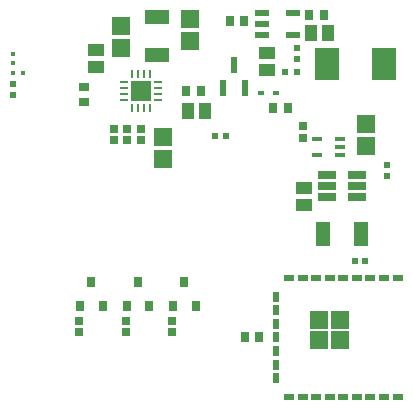
<source format=gtp>
G04*
G04 #@! TF.GenerationSoftware,Altium Limited,CircuitMaker,2.2.1 (2.2.1.6)*
G04*
G04 Layer_Color=7318015*
%FSAX24Y24*%
%MOIN*%
G70*
G04*
G04 #@! TF.SameCoordinates,15A7914E-F671-45A4-99F6-4AAA3CFDCD00*
G04*
G04*
G04 #@! TF.FilePolarity,Positive*
G04*
G01*
G75*
%ADD18R,0.0295X0.0335*%
%ADD19R,0.0217X0.0354*%
%ADD20R,0.0354X0.0217*%
%ADD21R,0.0591X0.0591*%
%ADD22O,0.0315X0.0098*%
%ADD23O,0.0098X0.0315*%
%ADD24R,0.0650X0.0650*%
%ADD25R,0.0177X0.0177*%
%ADD26R,0.0531X0.0413*%
%ADD27R,0.0256X0.0276*%
%ADD28R,0.0610X0.0610*%
%ADD29R,0.0787X0.0472*%
%ADD30R,0.0236X0.0551*%
%ADD31R,0.0189X0.0157*%
%ADD32R,0.0228X0.0244*%
%ADD33R,0.0244X0.0228*%
%ADD34R,0.0472X0.0216*%
%ADD35R,0.0787X0.1102*%
%ADD36R,0.0177X0.0177*%
%ADD37R,0.0244X0.0244*%
%ADD38R,0.0413X0.0531*%
%ADD39R,0.0335X0.0295*%
%ADD40R,0.0315X0.0354*%
%ADD41R,0.0244X0.0244*%
%ADD42R,0.0472X0.0787*%
%ADD43R,0.0256X0.0256*%
%ADD44R,0.0630X0.0256*%
%ADD45R,0.0335X0.0157*%
D18*
X026554Y021000D02*
D03*
X027046D02*
D03*
X023654Y021550D02*
D03*
X024146D02*
D03*
X025596Y023900D02*
D03*
X025104D02*
D03*
X027754Y024100D02*
D03*
X028246D02*
D03*
X026096Y013350D02*
D03*
X025604D02*
D03*
D19*
X026650D02*
D03*
Y011992D02*
D03*
Y012897D02*
D03*
Y012444D02*
D03*
Y013803D02*
D03*
Y014256D02*
D03*
Y014708D02*
D03*
D20*
X029800Y011362D02*
D03*
X030253D02*
D03*
X030706D02*
D03*
X028442D02*
D03*
X027989D02*
D03*
X027536D02*
D03*
X027083D02*
D03*
X029347D02*
D03*
X028894D02*
D03*
X029800Y015338D02*
D03*
X030253D02*
D03*
X028894D02*
D03*
X028442D02*
D03*
X027989D02*
D03*
X027536D02*
D03*
X027083D02*
D03*
X029347D02*
D03*
X030706D02*
D03*
D21*
X028767Y013246D02*
D03*
Y013915D02*
D03*
X028097Y013246D02*
D03*
Y013915D02*
D03*
D22*
X021589Y021845D02*
D03*
Y021648D02*
D03*
Y021452D02*
D03*
Y021255D02*
D03*
X022711D02*
D03*
Y021452D02*
D03*
Y021648D02*
D03*
Y021845D02*
D03*
D23*
X021855Y020989D02*
D03*
X022052D02*
D03*
X022248D02*
D03*
X022445D02*
D03*
Y022111D02*
D03*
X022248D02*
D03*
X022052D02*
D03*
X021855D02*
D03*
D24*
X022150Y021550D02*
D03*
D25*
X018207Y022150D02*
D03*
X017893D02*
D03*
D26*
X020650Y022365D02*
D03*
Y022935D02*
D03*
X026350Y022265D02*
D03*
Y022835D02*
D03*
X027600Y017765D02*
D03*
Y018335D02*
D03*
D27*
X021250Y019913D02*
D03*
Y020287D02*
D03*
X022150D02*
D03*
Y019913D02*
D03*
X021700D02*
D03*
Y020287D02*
D03*
X020100Y013887D02*
D03*
Y013513D02*
D03*
X021650D02*
D03*
Y013887D02*
D03*
X023200Y013513D02*
D03*
Y013887D02*
D03*
D28*
X022900Y020014D02*
D03*
Y019286D02*
D03*
X021500Y022986D02*
D03*
Y023714D02*
D03*
X023800Y023236D02*
D03*
Y023964D02*
D03*
X029650Y019736D02*
D03*
Y020464D02*
D03*
D29*
X022700Y024030D02*
D03*
Y022770D02*
D03*
D30*
X025250Y022424D02*
D03*
X025624Y021676D02*
D03*
X024876D02*
D03*
D31*
X026660Y021500D02*
D03*
X026140D02*
D03*
D32*
X027335Y022200D02*
D03*
X026965D02*
D03*
D33*
X027350Y022985D02*
D03*
Y022615D02*
D03*
D34*
X027212Y024174D02*
D03*
Y023426D02*
D03*
X026188D02*
D03*
Y023800D02*
D03*
Y024174D02*
D03*
D35*
X028335Y022450D02*
D03*
X030265D02*
D03*
D36*
X017900Y022493D02*
D03*
Y022807D02*
D03*
D37*
Y021419D02*
D03*
Y021781D02*
D03*
X030350Y019081D02*
D03*
Y018719D02*
D03*
D38*
X024285Y020900D02*
D03*
X023715D02*
D03*
X028385Y023500D02*
D03*
X027815D02*
D03*
D39*
X020250Y021696D02*
D03*
Y021204D02*
D03*
D40*
X020500Y015194D02*
D03*
X020874Y014406D02*
D03*
X020126D02*
D03*
X021676D02*
D03*
X022424D02*
D03*
X022050Y015194D02*
D03*
X023226Y014406D02*
D03*
X023974D02*
D03*
X023600Y015194D02*
D03*
D41*
X029631Y015900D02*
D03*
X029269D02*
D03*
X024619Y020050D02*
D03*
X024981D02*
D03*
D42*
X028220Y016800D02*
D03*
X029480D02*
D03*
D43*
X027550Y020397D02*
D03*
Y020003D02*
D03*
D44*
X028358Y018026D02*
D03*
Y018400D02*
D03*
Y018774D02*
D03*
X029342D02*
D03*
Y018400D02*
D03*
Y018026D02*
D03*
D45*
X028026Y019444D02*
D03*
Y019956D02*
D03*
X028774D02*
D03*
Y019700D02*
D03*
Y019444D02*
D03*
M02*

</source>
